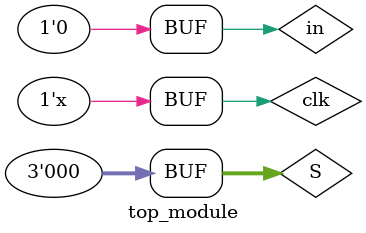
<source format=v>
module top_module();

    reg clk , in;
    reg [2:0] S;
    wire out;
    q7 UUT (clk , in , S , out);
    
    always #5 clk = !clk;
    
    initial begin
    in = 0 ; S =2 ; clk=0;
        
    #10 S = 6; 
    #10 S = 2;  in = 1;
    #10 S = 7;  in = 0;
    #10 S = 0;  in = 1;
    #30 in = 0; in = 0;
    end 
     
endmodule

</source>
